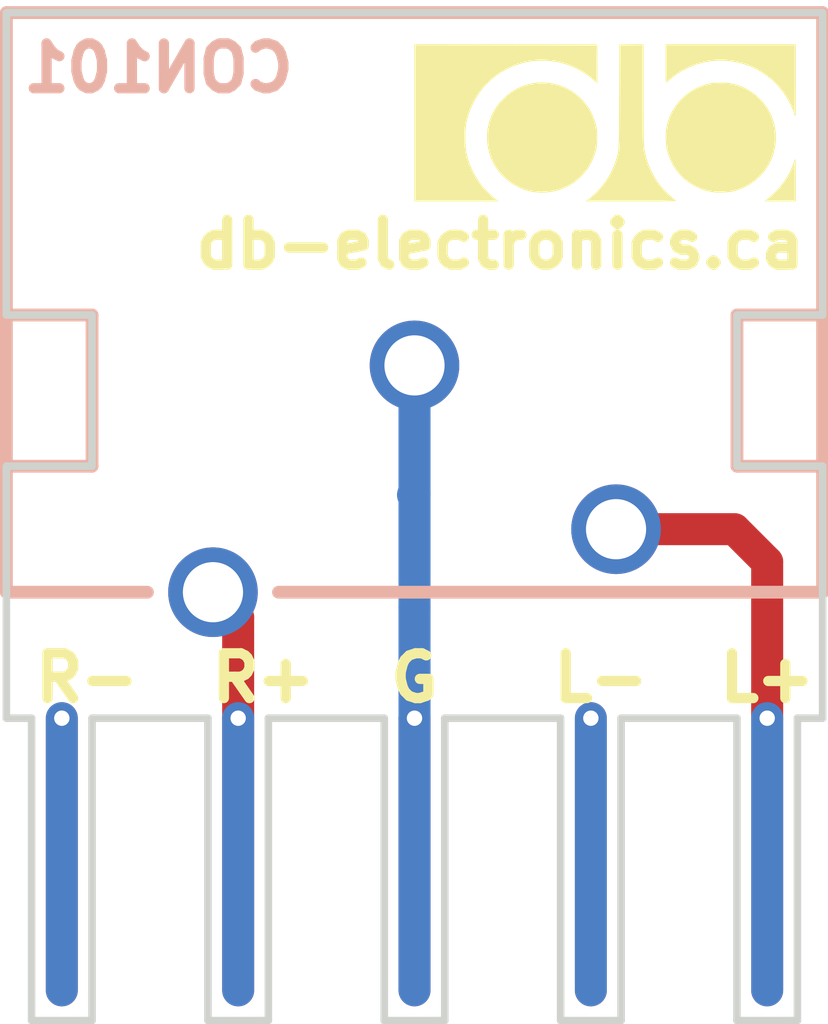
<source format=kicad_pcb>
(kicad_pcb (version 20171130) (host pcbnew "(5.1.4)-1")

  (general
    (thickness 1.6)
    (drawings 40)
    (tracks 25)
    (zones 0)
    (modules 2)
    (nets 4)
  )

  (page A4)
  (title_block
    (title "Phoenix Connector Audio Adapter")
    (date 2018-03-30)
    (rev 0.1)
    (company "db Electronics")
    (comment 1 "Licensed Under The CERN OHL v.1.2")
    (comment 2 https://github.com/db-electronics/phoenix-audio-adapter-kicad)
  )

  (layers
    (0 F.Cu signal)
    (31 B.Cu signal)
    (32 B.Adhes user)
    (33 F.Adhes user)
    (34 B.Paste user)
    (35 F.Paste user)
    (36 B.SilkS user)
    (37 F.SilkS user)
    (38 B.Mask user)
    (39 F.Mask user)
    (40 Dwgs.User user)
    (41 Cmts.User user)
    (42 Eco1.User user)
    (43 Eco2.User user)
    (44 Edge.Cuts user)
    (45 Margin user)
    (46 B.CrtYd user)
    (47 F.CrtYd user)
    (48 B.Fab user)
    (49 F.Fab user)
  )

  (setup
    (last_trace_width 0.635)
    (trace_clearance 0.1778)
    (zone_clearance 0.508)
    (zone_45_only no)
    (trace_min 0.1778)
    (via_size 0.6096)
    (via_drill 0.3048)
    (via_min_size 0.6096)
    (via_min_drill 0.3048)
    (uvia_size 0.3)
    (uvia_drill 0.1)
    (uvias_allowed no)
    (uvia_min_size 0)
    (uvia_min_drill 0)
    (edge_width 0.15)
    (segment_width 0.2)
    (pcb_text_width 0.3)
    (pcb_text_size 1.5 1.5)
    (mod_edge_width 0.15)
    (mod_text_size 1 1)
    (mod_text_width 0.15)
    (pad_size 1.524 1.524)
    (pad_drill 0.762)
    (pad_to_mask_clearance 0.2)
    (aux_axis_origin 0 0)
    (grid_origin 139.7 114.3)
    (visible_elements 7FFFFFFF)
    (pcbplotparams
      (layerselection 0x010f0_80000001)
      (usegerberextensions true)
      (usegerberattributes false)
      (usegerberadvancedattributes false)
      (creategerberjobfile false)
      (excludeedgelayer true)
      (linewidth 0.100000)
      (plotframeref false)
      (viasonmask false)
      (mode 1)
      (useauxorigin true)
      (hpglpennumber 1)
      (hpglpenspeed 20)
      (hpglpendiameter 15.000000)
      (psnegative false)
      (psa4output false)
      (plotreference true)
      (plotvalue true)
      (plotinvisibletext false)
      (padsonsilk false)
      (subtractmaskfromsilk false)
      (outputformat 1)
      (mirror false)
      (drillshape 0)
      (scaleselection 1)
      (outputdirectory "gerbers/0.1/"))
  )

  (net 0 "")
  (net 1 GND)
  (net 2 /LEFT)
  (net 3 /RIGHT)

  (net_class Default "This is the default net class."
    (clearance 0.1778)
    (trace_width 0.635)
    (via_dia 0.6096)
    (via_drill 0.3048)
    (uvia_dia 0.3)
    (uvia_drill 0.1)
    (add_net /LEFT)
    (add_net /RIGHT)
    (add_net GND)
  )

  (module db-thparts:RCJ-2223 (layer B.Cu) (tedit 5ABD818D) (tstamp 5ABE594A)
    (at 139.7 107.3 180)
    (path /5ABE576C)
    (solder_mask_margin 0.1016)
    (fp_text reference CON101 (at 5.08 -1.1) (layer B.SilkS)
      (effects (font (size 0.889 0.889) (thickness 0.2032)) (justify mirror))
    )
    (fp_text value RCJ-2223 (at -4.6 2.3) (layer B.Fab) hide
      (effects (font (size 0.889 0.889) (thickness 0.2032)) (justify mirror))
    )
    (fp_line (start 8.1 -11.5) (end 5.3 -11.5) (layer B.SilkS) (width 0.254))
    (fp_line (start -8.1 -11.5) (end 2.7 -11.5) (layer B.SilkS) (width 0.254))
    (fp_line (start -6.4 -6) (end -6.4 -9) (layer B.SilkS) (width 0.254))
    (fp_line (start 6.4 -6) (end 6.4 -9) (layer B.SilkS) (width 0.254))
    (fp_line (start 8.1 -9) (end 6.4 -9) (layer B.SilkS) (width 0.254))
    (fp_line (start 8.1 -6) (end 6.4 -6) (layer B.SilkS) (width 0.254))
    (fp_line (start -8.1 -9) (end -6.4 -9) (layer B.SilkS) (width 0.254))
    (fp_line (start -8.1 -6) (end -6.4 -6) (layer B.SilkS) (width 0.254))
    (fp_line (start 8.1 0) (end 8.1 -11.5) (layer B.SilkS) (width 0.254))
    (fp_line (start -8.1 0) (end -8.1 -11.5) (layer B.SilkS) (width 0.254))
    (fp_line (start -8.1 0) (end 8.1 0) (layer B.SilkS) (width 0.254))
    (pad 1 thru_hole circle (at 0 -7 180) (size 1.778 1.778) (drill 1.1938) (layers *.Cu *.Mask)
      (net 1 GND))
    (pad 2 thru_hole circle (at -4 -10.25 180) (size 1.778 1.778) (drill 1.1938) (layers *.Cu *.Mask)
      (net 2 /LEFT))
    (pad 3 thru_hole circle (at 4 -11.5 180) (size 1.778 1.778) (drill 1.1938) (layers *.Cu *.Mask)
      (net 3 /RIGHT))
  )

  (module db-artwork:db-logo_7.5mm (layer F.Cu) (tedit 0) (tstamp 5ABE6264)
    (at 143.5 109.5)
    (fp_text reference G*** (at 0 0 180) (layer B.SilkS) hide
      (effects (font (size 1.524 1.524) (thickness 0.3)) (justify mirror))
    )
    (fp_text value LOGO (at 0.75 0 180) (layer B.SilkS) hide
      (effects (font (size 1.524 1.524) (thickness 0.3)) (justify mirror))
    )
    (fp_poly (pts (xy -1.986796 -1.564919) (xy -0.176508 -1.562746) (xy -0.174265 -1.186051) (xy -0.173907 -1.107381)
      (xy -0.173788 -1.03428) (xy -0.173895 -0.968491) (xy -0.174215 -0.911756) (xy -0.174736 -0.865819)
      (xy -0.175445 -0.832421) (xy -0.176328 -0.813307) (xy -0.177028 -0.809356) (xy -0.185216 -0.814732)
      (xy -0.203022 -0.829151) (xy -0.227343 -0.85005) (xy -0.24158 -0.862669) (xy -0.352584 -0.951996)
      (xy -0.475603 -1.032899) (xy -0.606747 -1.103299) (xy -0.742125 -1.161115) (xy -0.877849 -1.204268)
      (xy -0.882823 -1.205555) (xy -0.990833 -1.228202) (xy -1.10705 -1.243532) (xy -1.226221 -1.251272)
      (xy -1.343089 -1.251153) (xy -1.452401 -1.242903) (xy -1.493864 -1.237099) (xy -1.65457 -1.202771)
      (xy -1.808228 -1.15337) (xy -1.954018 -1.089643) (xy -2.091116 -1.012333) (xy -2.218701 -0.922187)
      (xy -2.335951 -0.81995) (xy -2.442044 -0.706368) (xy -2.536157 -0.582185) (xy -2.61747 -0.448147)
      (xy -2.685159 -0.305) (xy -2.738403 -0.153489) (xy -2.754695 -0.093804) (xy -2.772386 -0.01705)
      (xy -2.784965 0.054519) (xy -2.792918 0.125906) (xy -2.796734 0.202111) (xy -2.796902 0.288136)
      (xy -2.795977 0.329263) (xy -2.788278 0.45976) (xy -2.772206 0.579069) (xy -2.746659 0.691611)
      (xy -2.710534 0.801809) (xy -2.662729 0.914085) (xy -2.637043 0.9666) (xy -2.560425 1.102283)
      (xy -2.473934 1.22547) (xy -2.375576 1.338595) (xy -2.263359 1.444092) (xy -2.210097 1.487916)
      (xy -2.142804 1.54122) (xy -3.797084 1.54122) (xy -3.797084 -1.567091) (xy -1.986796 -1.564919)) (layer F.SilkS) (width 0.01))
    (fp_poly (pts (xy 0.740475 -0.616678) (xy 0.7405 -0.459865) (xy 0.740597 -0.319208) (xy 0.740797 -0.193639)
      (xy 0.741131 -0.082094) (xy 0.74163 0.016493) (xy 0.742326 0.103187) (xy 0.74325 0.179054)
      (xy 0.744434 0.245159) (xy 0.745909 0.302569) (xy 0.747705 0.352348) (xy 0.749855 0.395562)
      (xy 0.75239 0.433277) (xy 0.75534 0.466558) (xy 0.758738 0.496471) (xy 0.762615 0.524081)
      (xy 0.767001 0.550454) (xy 0.771929 0.576655) (xy 0.776162 0.597626) (xy 0.808071 0.720723)
      (xy 0.852772 0.846031) (xy 0.908262 0.969321) (xy 0.972537 1.086363) (xy 1.043594 1.192926)
      (xy 1.080616 1.240442) (xy 1.116159 1.281047) (xy 1.160259 1.327628) (xy 1.208455 1.375771)
      (xy 1.256285 1.421063) (xy 1.29929 1.459091) (xy 1.313051 1.47041) (xy 1.341611 1.4934)
      (xy 1.366071 1.513323) (xy 1.382514 1.52698) (xy 1.38593 1.529937) (xy 1.385551 1.53179)
      (xy 1.379458 1.533437) (xy 1.366783 1.53489) (xy 1.346657 1.53616) (xy 1.318214 1.537257)
      (xy 1.280584 1.538193) (xy 1.232901 1.53898) (xy 1.174296 1.539627) (xy 1.103902 1.540147)
      (xy 1.020851 1.54055) (xy 0.924275 1.540847) (xy 0.813306 1.541051) (xy 0.687076 1.54117)
      (xy 0.544718 1.541218) (xy 0.505252 1.54122) (xy -0.388034 1.54122) (xy -0.30236 1.472307)
      (xy -0.182755 1.365154) (xy -0.075264 1.246242) (xy 0.019268 1.11683) (xy 0.099995 0.978182)
      (xy 0.166073 0.831558) (xy 0.206973 0.712218) (xy 0.214978 0.685563) (xy 0.222158 0.661645)
      (xy 0.228563 0.639433) (xy 0.23424 0.6179) (xy 0.239239 0.596016) (xy 0.243608 0.572753)
      (xy 0.247397 0.547081) (xy 0.250655 0.517972) (xy 0.25343 0.484396) (xy 0.255772 0.445326)
      (xy 0.257728 0.399731) (xy 0.259349 0.346584) (xy 0.260682 0.284854) (xy 0.261777 0.213514)
      (xy 0.262683 0.131535) (xy 0.263449 0.037887) (xy 0.264123 -0.068458) (xy 0.264754 -0.18853)
      (xy 0.265392 -0.323356) (xy 0.266084 -0.473967) (xy 0.266384 -0.538136) (xy 0.271221 -1.562746)
      (xy 0.740475 -1.567328) (xy 0.740475 -0.616678)) (layer F.SilkS) (width 0.01))
    (fp_poly (pts (xy 3.757476 0.723184) (xy 3.75868 0.747021) (xy 3.759771 0.784754) (xy 3.760725 0.83472)
      (xy 3.761516 0.895257) (xy 3.762116 0.964701) (xy 3.762501 1.041391) (xy 3.762644 1.123665)
      (xy 3.762644 1.54122) (xy 3.461288 1.54122) (xy 3.391189 1.54114) (xy 3.326865 1.540912)
      (xy 3.270265 1.540556) (xy 3.223337 1.54009) (xy 3.188029 1.539532) (xy 3.166291 1.538903)
      (xy 3.159932 1.538308) (xy 3.166291 1.532168) (xy 3.183456 1.517898) (xy 3.208563 1.497837)
      (xy 3.229703 1.481314) (xy 3.334247 1.391147) (xy 3.432199 1.288664) (xy 3.521537 1.176688)
      (xy 3.600238 1.058041) (xy 3.666277 0.935547) (xy 3.717631 0.812028) (xy 3.725048 0.790243)
      (xy 3.736507 0.757352) (xy 3.746667 0.731724) (xy 3.754013 0.717018) (xy 3.756187 0.714904)
      (xy 3.757476 0.723184)) (layer F.SilkS) (width 0.01))
    (fp_poly (pts (xy -1.147395 -0.803944) (xy -1.020205 -0.782443) (xy -0.897654 -0.746492) (xy -0.780832 -0.696782)
      (xy -0.670831 -0.634005) (xy -0.56874 -0.558852) (xy -0.475652 -0.472016) (xy -0.392656 -0.374189)
      (xy -0.320845 -0.266062) (xy -0.261308 -0.148327) (xy -0.215136 -0.021676) (xy -0.188455 0.086102)
      (xy -0.182362 0.13053) (xy -0.178566 0.187235) (xy -0.177015 0.251434) (xy -0.177657 0.318343)
      (xy -0.180439 0.38318) (xy -0.185309 0.441163) (xy -0.192214 0.487508) (xy -0.192898 0.49078)
      (xy -0.230777 0.62666) (xy -0.284347 0.756275) (xy -0.352935 0.878037) (xy -0.36443 0.895457)
      (xy -0.399661 0.942287) (xy -0.445164 0.994664) (xy -0.496947 1.048609) (xy -0.551017 1.100139)
      (xy -0.603383 1.145274) (xy -0.649266 1.179508) (xy -0.766511 1.247912) (xy -0.890454 1.301484)
      (xy -1.019236 1.339805) (xy -1.150999 1.362455) (xy -1.283886 1.369016) (xy -1.416038 1.359067)
      (xy -1.433593 1.356457) (xy -1.527842 1.337717) (xy -1.616207 1.311364) (xy -1.705811 1.27512)
      (xy -1.743559 1.257361) (xy -1.861062 1.191109) (xy -1.966944 1.113195) (xy -2.06088 1.024901)
      (xy -2.142546 0.92751) (xy -2.211615 0.822307) (xy -2.267763 0.710574) (xy -2.310665 0.593594)
      (xy -2.339995 0.472652) (xy -2.355429 0.34903) (xy -2.356642 0.224011) (xy -2.343307 0.098879)
      (xy -2.315102 -0.025082) (xy -2.271699 -0.14659) (xy -2.212774 -0.264362) (xy -2.15259 -0.357322)
      (xy -2.071526 -0.456049) (xy -1.977971 -0.545643) (xy -1.874347 -0.624438) (xy -1.763075 -0.690769)
      (xy -1.646575 -0.74297) (xy -1.545889 -0.774822) (xy -1.411328 -0.800825) (xy -1.278133 -0.810302)
      (xy -1.147395 -0.803944)) (layer F.SilkS) (width 0.01))
    (fp_poly (pts (xy 2.33831 -0.804099) (xy 2.385779 -0.803057) (xy 2.423564 -0.800999) (xy 2.455428 -0.797611)
      (xy 2.485139 -0.792582) (xy 2.516461 -0.785597) (xy 2.52278 -0.784054) (xy 2.606119 -0.761042)
      (xy 2.680428 -0.734613) (xy 2.753896 -0.701673) (xy 2.791455 -0.682542) (xy 2.90587 -0.612843)
      (xy 3.009759 -0.530206) (xy 3.102247 -0.435955) (xy 3.182458 -0.331417) (xy 3.249516 -0.217916)
      (xy 3.302545 -0.096777) (xy 3.340668 0.030675) (xy 3.363011 0.163115) (xy 3.365099 0.185118)
      (xy 3.368258 0.320962) (xy 3.355016 0.454169) (xy 3.326002 0.583426) (xy 3.281845 0.70742)
      (xy 3.223172 0.824839) (xy 3.150614 0.934368) (xy 3.064798 1.034696) (xy 2.966353 1.124508)
      (xy 2.887925 1.181978) (xy 2.779906 1.246609) (xy 2.670798 1.2966) (xy 2.555594 1.33408)
      (xy 2.496949 1.34819) (xy 2.466507 1.353062) (xy 2.424391 1.357498) (xy 2.374767 1.3613)
      (xy 2.321796 1.364271) (xy 2.269642 1.366212) (xy 2.222469 1.366927) (xy 2.184439 1.366217)
      (xy 2.161153 1.364143) (xy 2.141777 1.36095) (xy 2.111964 1.356122) (xy 2.079356 1.350894)
      (xy 1.970166 1.325786) (xy 1.859608 1.285879) (xy 1.751068 1.232923) (xy 1.647934 1.168669)
      (xy 1.553592 1.09487) (xy 1.514948 1.059051) (xy 1.423124 0.957671) (xy 1.345994 0.847684)
      (xy 1.283241 0.728526) (xy 1.234549 0.599636) (xy 1.21385 0.52522) (xy 1.2036 0.471039)
      (xy 1.19591 0.405212) (xy 1.191017 0.33316) (xy 1.189164 0.260301) (xy 1.190588 0.192053)
      (xy 1.195531 0.133836) (xy 1.196277 0.128432) (xy 1.22421 -0.007295) (xy 1.267609 -0.135709)
      (xy 1.326232 -0.256317) (xy 1.39984 -0.36863) (xy 1.488194 -0.472158) (xy 1.491585 -0.475651)
      (xy 1.590058 -0.566497) (xy 1.694215 -0.642198) (xy 1.806183 -0.703977) (xy 1.928086 -0.753058)
      (xy 2.021437 -0.780767) (xy 2.05554 -0.789271) (xy 2.084829 -0.795478) (xy 2.113116 -0.799743)
      (xy 2.144211 -0.802416) (xy 2.181926 -0.80385) (xy 2.230072 -0.804398) (xy 2.27739 -0.804436)
      (xy 2.33831 -0.804099)) (layer F.SilkS) (width 0.01))
    (fp_poly (pts (xy 3.762644 -0.861017) (xy 3.76259 -0.75242) (xy 3.762432 -0.648923) (xy 3.762179 -0.551799)
      (xy 3.76184 -0.46232) (xy 3.761421 -0.38176) (xy 3.760933 -0.311391) (xy 3.760382 -0.252488)
      (xy 3.759777 -0.206321) (xy 3.759127 -0.174166) (xy 3.75844 -0.157294) (xy 3.758069 -0.154983)
      (xy 3.751478 -0.161684) (xy 3.74971 -0.165746) (xy 3.729331 -0.223164) (xy 3.712993 -0.267768)
      (xy 3.699328 -0.303094) (xy 3.686967 -0.332677) (xy 3.674541 -0.360051) (xy 3.674284 -0.360597)
      (xy 3.600053 -0.499959) (xy 3.513126 -0.630689) (xy 3.415096 -0.750687) (xy 3.307559 -0.857854)
      (xy 3.27617 -0.8851) (xy 3.14623 -0.984204) (xy 3.010591 -1.067462) (xy 2.868441 -1.135205)
      (xy 2.718971 -1.187765) (xy 2.561371 -1.225474) (xy 2.394833 -1.248665) (xy 2.388262 -1.24927)
      (xy 2.245841 -1.253965) (xy 2.099867 -1.243272) (xy 1.952947 -1.21788) (xy 1.80769 -1.178481)
      (xy 1.666705 -1.125765) (xy 1.5326 -1.060423) (xy 1.423418 -0.993749) (xy 1.384032 -0.966022)
      (xy 1.341373 -0.93422) (xy 1.299335 -0.901413) (xy 1.26181 -0.870674) (xy 1.232692 -0.845076)
      (xy 1.222644 -0.835311) (xy 1.214471 -0.826791) (xy 1.207703 -0.820488) (xy 1.202207 -0.817753)
      (xy 1.197852 -0.819936) (xy 1.194506 -0.828389) (xy 1.192035 -0.844463) (xy 1.190308 -0.869508)
      (xy 1.189193 -0.904874) (xy 1.188557 -0.951915) (xy 1.188268 -1.011979) (xy 1.188195 -1.086417)
      (xy 1.188203 -1.176582) (xy 1.188204 -1.187149) (xy 1.188204 -1.567051) (xy 3.762644 -1.567051)
      (xy 3.762644 -0.861017)) (layer F.SilkS) (width 0.01))
  )

  (gr_text db-electronics.ca (at 141.4 111.9) (layer F.SilkS) (tstamp 5ABE627E)
    (effects (font (size 0.889 0.889) (thickness 0.2032)))
  )
  (gr_text L+ (at 146.7 120.5) (layer F.SilkS) (tstamp 5ABE5D7B)
    (effects (font (size 0.889 0.889) (thickness 0.2032)))
  )
  (gr_text L- (at 143.4 120.5) (layer F.SilkS) (tstamp 5ABE5D6D)
    (effects (font (size 0.889 0.889) (thickness 0.2032)))
  )
  (gr_text G (at 139.7 120.5) (layer F.SilkS) (tstamp 5ABE5D60)
    (effects (font (size 0.889 0.889) (thickness 0.2032)))
  )
  (gr_text R+ (at 136.7 120.5) (layer F.SilkS) (tstamp 5ABE5D50)
    (effects (font (size 0.889 0.889) (thickness 0.2032)))
  )
  (gr_text R- (at 133.2 120.5) (layer F.SilkS)
    (effects (font (size 0.889 0.889) (thickness 0.2032)))
  )
  (gr_line (start 147.3 121.3) (end 147.8 121.3) (layer Edge.Cuts) (width 0.15))
  (gr_line (start 143.8 121.3) (end 146.1 121.3) (layer Edge.Cuts) (width 0.15))
  (gr_line (start 140.3 121.3) (end 142.6 121.3) (layer Edge.Cuts) (width 0.15))
  (gr_line (start 136.8 121.3) (end 139.1 121.3) (layer Edge.Cuts) (width 0.15))
  (gr_line (start 133.3 121.3) (end 135.6 121.3) (layer Edge.Cuts) (width 0.15))
  (gr_line (start 131.6 121.3) (end 132.1 121.3) (layer Edge.Cuts) (width 0.15))
  (gr_line (start 142.6 127.3) (end 143.8 127.3) (layer Edge.Cuts) (width 0.15) (tstamp 5ABE5C7D))
  (gr_line (start 143.8 127.3) (end 143.8 121.3) (layer Edge.Cuts) (width 0.15) (tstamp 5ABE5C7C))
  (gr_line (start 147.3 127.3) (end 147.3 121.3) (layer Edge.Cuts) (width 0.15) (tstamp 5ABE5C7B))
  (gr_line (start 146.1 121.3) (end 146.1 127.3) (layer Edge.Cuts) (width 0.15) (tstamp 5ABE5C7A))
  (gr_line (start 146.1 127.3) (end 147.3 127.3) (layer Edge.Cuts) (width 0.15) (tstamp 5ABE5C79))
  (gr_line (start 142.6 121.3) (end 142.6 127.3) (layer Edge.Cuts) (width 0.15) (tstamp 5ABE5C78))
  (gr_line (start 133.3 127.3) (end 133.3 121.3) (layer Edge.Cuts) (width 0.15) (tstamp 5ABE5B1F))
  (gr_line (start 132.1 127.3) (end 133.3 127.3) (layer Edge.Cuts) (width 0.15) (tstamp 5ABE5B1E))
  (gr_line (start 132.1 121.3) (end 132.1 127.3) (layer Edge.Cuts) (width 0.15) (tstamp 5ABE5B1D))
  (gr_line (start 136.8 127.3) (end 136.8 121.3) (layer Edge.Cuts) (width 0.15) (tstamp 5ABE5B0C))
  (gr_line (start 135.6 127.3) (end 136.8 127.3) (layer Edge.Cuts) (width 0.15) (tstamp 5ABE5B0B))
  (gr_line (start 135.6 121.3) (end 135.6 127.3) (layer Edge.Cuts) (width 0.15) (tstamp 5ABE5B0A))
  (gr_line (start 140.3 127.3) (end 140.3 121.3) (layer Edge.Cuts) (width 0.15))
  (gr_line (start 139.1 127.3) (end 140.3 127.3) (layer Edge.Cuts) (width 0.15))
  (gr_line (start 139.1 121.3) (end 139.1 127.3) (layer Edge.Cuts) (width 0.15))
  (gr_line (start 147.8 118.8) (end 147.8 121.3) (layer Edge.Cuts) (width 0.15))
  (gr_line (start 147.8 116.3) (end 147.8 118.8) (layer Edge.Cuts) (width 0.15))
  (gr_line (start 146.1 116.3) (end 147.8 116.3) (layer Edge.Cuts) (width 0.15))
  (gr_line (start 146.1 113.3) (end 146.1 116.3) (layer Edge.Cuts) (width 0.15))
  (gr_line (start 147.8 113.3) (end 146.1 113.3) (layer Edge.Cuts) (width 0.15))
  (gr_line (start 147.8 107.3) (end 147.8 113.3) (layer Edge.Cuts) (width 0.15))
  (gr_line (start 131.6 107.3) (end 147.8 107.3) (layer Edge.Cuts) (width 0.15))
  (gr_line (start 131.6 118.8) (end 131.6 121.3) (layer Edge.Cuts) (width 0.15))
  (gr_line (start 131.6 116.3) (end 131.6 118.8) (layer Edge.Cuts) (width 0.15))
  (gr_line (start 133.3 116.3) (end 131.6 116.3) (layer Edge.Cuts) (width 0.15))
  (gr_line (start 133.3 113.3) (end 133.3 116.3) (layer Edge.Cuts) (width 0.15))
  (gr_line (start 131.6 113.3) (end 133.3 113.3) (layer Edge.Cuts) (width 0.15))
  (gr_line (start 131.6 107.3) (end 131.6 113.3) (layer Edge.Cuts) (width 0.15))

  (segment (start 143.2 121.3) (end 143.2 126.7) (width 0.635) (layer F.Cu) (net 1))
  (segment (start 143.2 121.3) (end 143.2 126.7) (width 0.635) (layer B.Cu) (net 1))
  (via (at 143.2 121.3) (size 0.6096) (drill 0.3048) (layers F.Cu B.Cu) (net 1))
  (segment (start 139.7 121.3) (end 139.7 126.7) (width 0.635) (layer F.Cu) (net 1))
  (segment (start 139.7 121.3) (end 139.7 126.7) (width 0.635) (layer B.Cu) (net 1))
  (segment (start 139.7 120.3) (end 139.7 121.3) (width 0.635) (layer B.Cu) (net 1))
  (via (at 139.7 121.3) (size 0.6096) (drill 0.3048) (layers F.Cu B.Cu) (net 1))
  (segment (start 132.7 121.3) (end 132.7 126.7) (width 0.635) (layer F.Cu) (net 1))
  (segment (start 132.7 121.3) (end 132.7 126.7) (width 0.635) (layer B.Cu) (net 1))
  (via (at 132.7 121.3) (size 0.6096) (drill 0.3048) (layers F.Cu B.Cu) (net 1))
  (segment (start 139.7 119.1) (end 139.7 120.3) (width 0.635) (layer B.Cu) (net 1))
  (segment (start 139.66969 116.87031) (end 139.7 116.84) (width 0.635) (layer B.Cu) (net 1))
  (segment (start 139.7 114.3) (end 139.7 116.84) (width 0.635) (layer B.Cu) (net 1))
  (segment (start 139.7 116.84) (end 139.7 119.1) (width 0.635) (layer B.Cu) (net 1))
  (segment (start 146.7 121.3) (end 146.7 126.7) (width 0.635) (layer B.Cu) (net 2))
  (segment (start 146.7 126.7) (end 146.7 121.3) (width 0.635) (layer F.Cu) (net 2))
  (via (at 146.7 121.3) (size 0.6096) (drill 0.3048) (layers F.Cu B.Cu) (net 2))
  (segment (start 146.05 117.55) (end 143.7 117.55) (width 0.635) (layer F.Cu) (net 2))
  (segment (start 146.7 121.3) (end 146.7 118.2) (width 0.635) (layer F.Cu) (net 2))
  (segment (start 146.7 118.2) (end 146.05 117.55) (width 0.635) (layer F.Cu) (net 2))
  (segment (start 136.2 121.3) (end 136.2 126.7) (width 0.635) (layer B.Cu) (net 3))
  (segment (start 136.2 121.3) (end 136.2 126.7) (width 0.635) (layer F.Cu) (net 3))
  (via (at 136.2 121.3) (size 0.6096) (drill 0.3048) (layers F.Cu B.Cu) (net 3))
  (segment (start 136.2 119.3) (end 135.7 118.8) (width 0.635) (layer F.Cu) (net 3))
  (segment (start 136.2 121.3) (end 136.2 119.3) (width 0.635) (layer F.Cu) (net 3))

  (zone (net 0) (net_name "") (layer F.Mask) (tstamp 5D9D2580) (hatch edge 0.508)
    (connect_pads (clearance 0.508))
    (min_thickness 0.254)
    (fill yes (arc_segments 16) (thermal_gap 0.508) (thermal_bridge_width 0.508))
    (polygon
      (pts
        (xy 132.1 122.3) (xy 132.1 127.3) (xy 133.3 127.3) (xy 133.3 122.3)
      )
    )
    (filled_polygon
      (pts
        (xy 133.173 127.173) (xy 132.227 127.173) (xy 132.227 122.427) (xy 133.173 122.427)
      )
    )
  )
  (zone (net 0) (net_name "") (layer F.Mask) (tstamp 5D9D257D) (hatch edge 0.508)
    (connect_pads (clearance 0.508))
    (min_thickness 0.254)
    (fill yes (arc_segments 16) (thermal_gap 0.508) (thermal_bridge_width 0.508))
    (polygon
      (pts
        (xy 135.6 122.3) (xy 135.6 127.3) (xy 136.8 127.3) (xy 136.8 122.3)
      )
    )
    (filled_polygon
      (pts
        (xy 136.673 127.173) (xy 135.727 127.173) (xy 135.727 122.427) (xy 136.673 122.427)
      )
    )
  )
  (zone (net 0) (net_name "") (layer F.Mask) (tstamp 5D9D257A) (hatch edge 0.508)
    (connect_pads (clearance 0.508))
    (min_thickness 0.254)
    (fill yes (arc_segments 16) (thermal_gap 0.508) (thermal_bridge_width 0.508))
    (polygon
      (pts
        (xy 139.1 122.3) (xy 139.1 127.3) (xy 140.3 127.3) (xy 140.3 122.3)
      )
    )
    (filled_polygon
      (pts
        (xy 140.173 127.173) (xy 139.227 127.173) (xy 139.227 122.427) (xy 140.173 122.427)
      )
    )
  )
  (zone (net 0) (net_name "") (layer F.Mask) (tstamp 5D9D2577) (hatch edge 0.508)
    (connect_pads (clearance 0.508))
    (min_thickness 0.254)
    (fill yes (arc_segments 16) (thermal_gap 0.508) (thermal_bridge_width 0.508))
    (polygon
      (pts
        (xy 142.6 122.3) (xy 142.6 127.3) (xy 143.8 127.3) (xy 143.8 122.3)
      )
    )
    (filled_polygon
      (pts
        (xy 143.673 127.173) (xy 142.727 127.173) (xy 142.727 122.427) (xy 143.673 122.427)
      )
    )
  )
  (zone (net 0) (net_name "") (layer F.Mask) (tstamp 5D9D2574) (hatch edge 0.508)
    (connect_pads (clearance 0.508))
    (min_thickness 0.254)
    (fill yes (arc_segments 16) (thermal_gap 0.508) (thermal_bridge_width 0.508))
    (polygon
      (pts
        (xy 146.1 122.3) (xy 146.1 127.3) (xy 147.3 127.3) (xy 147.3 122.3)
      )
    )
    (filled_polygon
      (pts
        (xy 147.173 127.173) (xy 146.227 127.173) (xy 146.227 122.427) (xy 147.173 122.427)
      )
    )
  )
  (zone (net 0) (net_name "") (layer B.Mask) (tstamp 5D9D2571) (hatch edge 0.508)
    (connect_pads (clearance 0.508))
    (min_thickness 0.254)
    (fill yes (arc_segments 16) (thermal_gap 0.508) (thermal_bridge_width 0.508))
    (polygon
      (pts
        (xy 132.1 122.3) (xy 132.1 127.3) (xy 133.3 127.3) (xy 133.3 122.3)
      )
    )
    (filled_polygon
      (pts
        (xy 133.173 127.173) (xy 132.227 127.173) (xy 132.227 122.427) (xy 133.173 122.427)
      )
    )
  )
  (zone (net 0) (net_name "") (layer B.Mask) (tstamp 5D9D256E) (hatch edge 0.508)
    (connect_pads (clearance 0.508))
    (min_thickness 0.254)
    (fill yes (arc_segments 16) (thermal_gap 0.508) (thermal_bridge_width 0.508))
    (polygon
      (pts
        (xy 135.6 122.3) (xy 135.6 127.3) (xy 136.8 127.3) (xy 136.8 122.3)
      )
    )
    (filled_polygon
      (pts
        (xy 136.673 127.173) (xy 135.727 127.173) (xy 135.727 122.427) (xy 136.673 122.427)
      )
    )
  )
  (zone (net 0) (net_name "") (layer B.Mask) (tstamp 5D9D256B) (hatch edge 0.508)
    (connect_pads (clearance 0.508))
    (min_thickness 0.254)
    (fill yes (arc_segments 16) (thermal_gap 0.508) (thermal_bridge_width 0.508))
    (polygon
      (pts
        (xy 139.1 122.3) (xy 139.1 127.3) (xy 140.3 127.3) (xy 140.3 122.3)
      )
    )
    (filled_polygon
      (pts
        (xy 140.173 127.173) (xy 139.227 127.173) (xy 139.227 122.427) (xy 140.173 122.427)
      )
    )
  )
  (zone (net 0) (net_name "") (layer B.Mask) (tstamp 5D9D2568) (hatch edge 0.508)
    (connect_pads (clearance 0.508))
    (min_thickness 0.254)
    (fill yes (arc_segments 16) (thermal_gap 0.508) (thermal_bridge_width 0.508))
    (polygon
      (pts
        (xy 142.6 122.3) (xy 142.6 127.3) (xy 143.8 127.3) (xy 143.8 122.3)
      )
    )
    (filled_polygon
      (pts
        (xy 143.673 127.173) (xy 142.727 127.173) (xy 142.727 122.427) (xy 143.673 122.427)
      )
    )
  )
  (zone (net 0) (net_name "") (layer B.Mask) (tstamp 5D9D2565) (hatch edge 0.508)
    (connect_pads (clearance 0.508))
    (min_thickness 0.254)
    (fill yes (arc_segments 16) (thermal_gap 0.508) (thermal_bridge_width 0.508))
    (polygon
      (pts
        (xy 146.1 122.3) (xy 146.1 127.3) (xy 147.3 127.3) (xy 147.3 122.3)
      )
    )
    (filled_polygon
      (pts
        (xy 147.173 127.173) (xy 146.227 127.173) (xy 146.227 122.427) (xy 147.173 122.427)
      )
    )
  )
)

</source>
